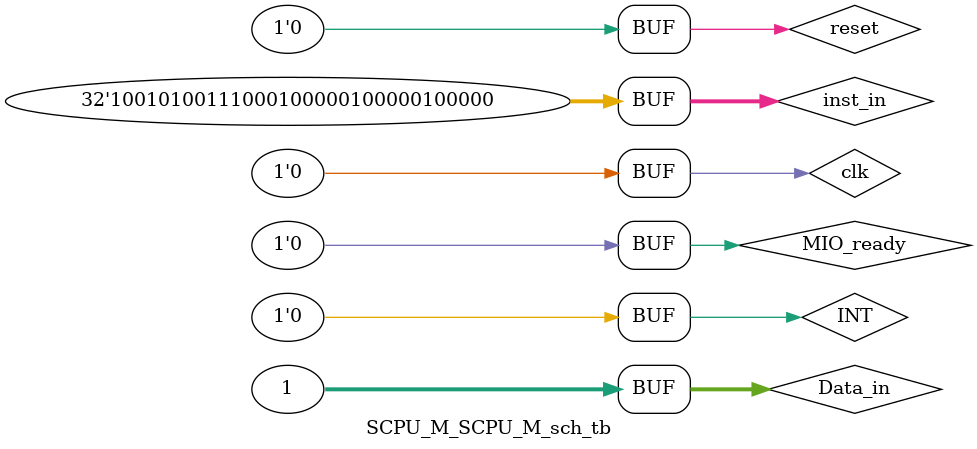
<source format=v>

`timescale 1ns / 1ps

module SCPU_M_SCPU_M_sch_tb();

// Inputs
   reg clk;
   reg INT;
   reg [31:0] inst_in;
   reg reset;
   reg [31:0] Data_in;
   reg MIO_ready;

// Output
   wire CPU_MIO;
   wire mem_w;
   wire [31:0] PC_out;
   wire [31:0] Addr_out;
   wire [31:0] Data_out;

// Bidirs

// Instantiate the UUT
   SCPU_M UUT (
		.clk(clk), 
		.CPU_MIO(CPU_MIO), 
		.mem_w(mem_w), 
		.INT(INT), 
		.inst_in(inst_in), 
		.reset(reset), 
		.Data_in(Data_in), 
		.PC_out(PC_out), 
		.Addr_out(Addr_out), 
		.Data_out(Data_out), 
		.MIO_ready(MIO_ready)
   );
// Initialize Inputs

       initial begin
		clk = 0;
		INT = 0;
		inst_in = 32'b10010100111000100000100000100000;
		reset = 0;
		Data_in = 32'h1;
		MIO_ready = 0;
end
endmodule

</source>
